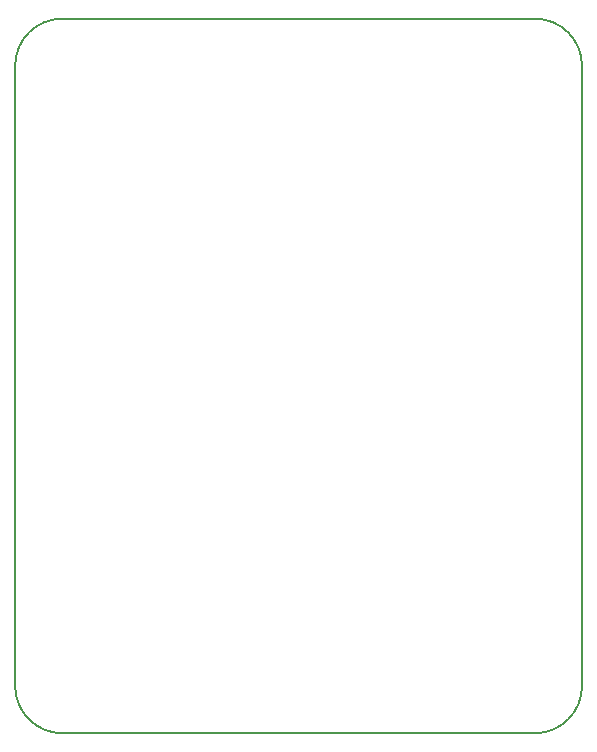
<source format=gm1>
G04 #@! TF.FileFunction,Profile,NP*
%FSLAX46Y46*%
G04 Gerber Fmt 4.6, Leading zero omitted, Abs format (unit mm)*
G04 Created by KiCad (PCBNEW 4.0.7-e2-6376~58~ubuntu14.04.1) date Sun Dec 17 21:17:51 2017*
%MOMM*%
%LPD*%
G01*
G04 APERTURE LIST*
%ADD10C,0.100000*%
%ADD11C,0.150000*%
G04 APERTURE END LIST*
D10*
D11*
X122500000Y-108500000D02*
G75*
G03X126500000Y-112500000I4000000J0D01*
G01*
X166500000Y-112500000D02*
G75*
G03X170500000Y-108500000I0J4000000D01*
G01*
X170500000Y-56000000D02*
G75*
G03X166500000Y-52000000I-4000000J0D01*
G01*
X126500000Y-52000000D02*
G75*
G03X122500000Y-56000000I0J-4000000D01*
G01*
X122500000Y-108500000D02*
X122500000Y-56000000D01*
X166500000Y-112500000D02*
X126500000Y-112500000D01*
X170500000Y-56000000D02*
X170500000Y-108500000D01*
X126500000Y-52000000D02*
X166500000Y-52000000D01*
M02*

</source>
